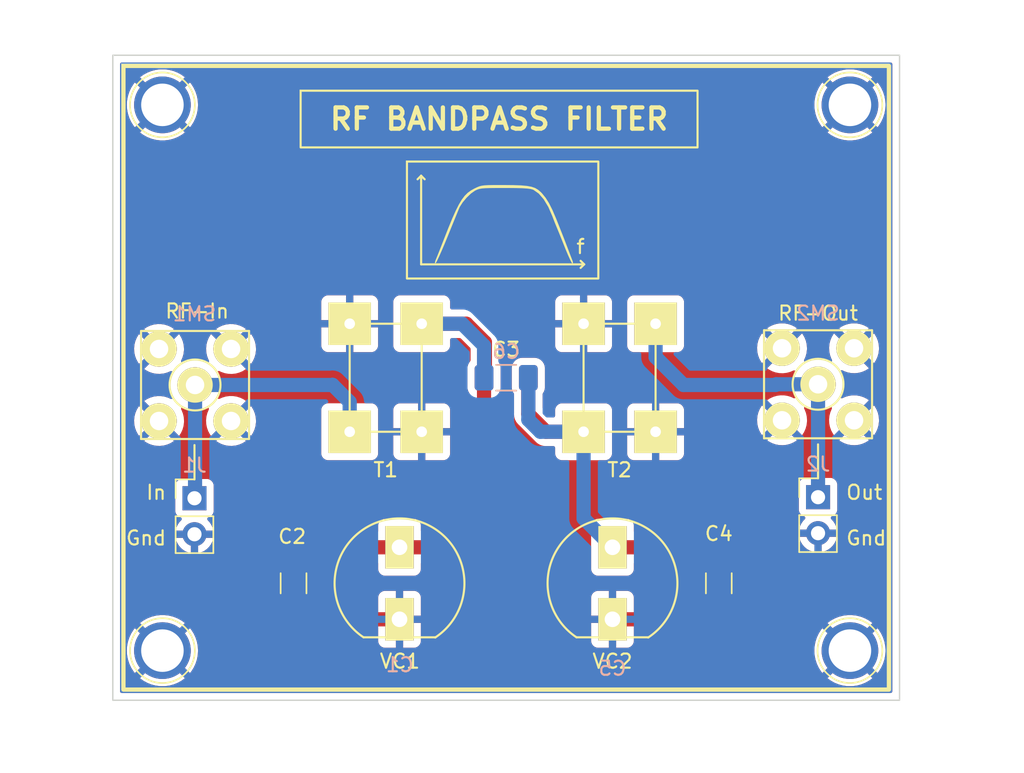
<source format=kicad_pcb>
(kicad_pcb (version 20211014) (generator pcbnew)
  (layers (0 "F.Cu" signal) (31 "B.Cu" signal) (34 "B.Paste" user) (35 "F.Paste" user) (36 "B.SilkS" user "B.Silkscreen") (37 "F.SilkS" user "F.Silkscreen") (38 "B.Mask" user) (39 "F.Mask" user) (44 "Edge.Cuts" user))
  (net 0 "")
  (net 1 "Net-(C1-Pad1)")
  (net 2 "GND")
  (net 3 "Net-(C3-Pad1)")
  (net 4 "Net-(J1-Pad1)")
  (net 5 "Net-(J2-Pad1)")
  (footprint "rblib_v1.1:SMA" (layer "F.Cu") (at 164.5 93.45)
    (fp_text reference "SM2" (at 0 -5) (layer "B.SilkS") (effects (justify mirror)))
    (fp_text value "SMA" hide)
    (fp_line (start -3.81 3.82) (end -3.81 -3.8) (layer "F.SilkS") (width 0.15))
    (fp_line (start -3.81 -3.8) (end 3.81 -3.8) (layer "F.SilkS") (width 0.15))
    (fp_line (start 3.81 -3.8) (end 3.81 3.82) (layer "F.SilkS") (width 0.15))
    (fp_line (start 3.81 3.82) (end -3.81 3.82) (layer "F.SilkS") (width 0.15))
    (fp_circle (center 0 0.01) (end -1.27 -1.26) (layer "F.SilkS") (width 0.15) (fill none))
    (pad "1" thru_hole circle (at 0 0.01) (size 2.5 2.5) (drill 1.3) (layers *.Cu *.Mask "F.SilkS") (net 5 "Net-(J2-Pad1)"))
    (pad "2" thru_hole circle (at 2.54 2.55) (size 2.5 2.5) (drill 1.3) (layers *.Cu *.Mask "F.SilkS") (net 2 "GND"))
    (pad "2" thru_hole circle (at 2.54 -2.53) (size 2.5 2.5) (drill 1.3) (layers *.Cu *.Mask "F.SilkS") (net 2 "GND"))
    (pad "2" thru_hole circle (at -2.54 2.55) (size 2.5 2.5) (drill 1.3) (layers *.Cu *.Mask "F.SilkS") (net 2 "GND"))
    (pad "2" thru_hole circle (at -2.54 -2.53) (size 2.5 2.5) (drill 1.3) (layers *.Cu *.Mask "F.SilkS") (net 2 "GND"))
  )
  (footprint "Capacitor_SMD:C_1206_3216Metric_Pad1.33x1.80mm_HandSolder" (layer "F.Cu") (at 127.5 107.5 -90)
    (fp_text reference "C2" (at -3.3 0.1 180) (layer "F.SilkS"))
    (fp_text value "100pF" hide)
    (fp_line (start -0.711252 -0.91) (end 0.711252 -0.91) (layer "F.SilkS") (width 0.12))
    (fp_line (start -0.711252 0.91) (end 0.711252 0.91) (layer "F.SilkS") (width 0.12))
    (pad "1" smd roundrect (at -1.5625 0 270) (size 1.325 1.8) (layers "F.Cu" "F.Paste" "F.Mask") (roundrect_rratio 0.1886792453) (net 1 "Net-(C1-Pad1)"))
    (pad "2" smd roundrect (at 1.5625 0 270) (size 1.325 1.8) (layers "F.Cu" "F.Paste" "F.Mask") (roundrect_rratio 0.1886792453) (net 2 "GND"))
  )
  (footprint "rblib_v1.1:RF-Transformer-50" (layer "F.Cu") (at 134 93)
    (fp_text reference "T1" (at 0 6.5) (layer "F.SilkS"))
    (fp_text value "TransLo2HiImpedance" hide)
    (fp_line (start 2.54 -3.81) (end 2.54 3.81) (layer "F.SilkS") (width 0.15))
    (fp_line (start 2.54 3.81) (end -2.54 3.81) (layer "F.SilkS") (width 0.15))
    (fp_line (start -2.54 3.81) (end -2.54 -3.81) (layer "F.SilkS") (width 0.15))
    (fp_line (start -2.54 -3.81) (end 2.54 -3.81) (layer "F.SilkS") (width 0.15))
    (pad "1" thru_hole rect locked (at -2.54 3.81) (size 3 3) (drill 0.75) (layers *.Cu *.Mask "F.SilkS") (net 4 "Net-(J1-Pad1)"))
    (pad "2" thru_hole rect locked (at 2.54 3.81) (size 3 3) (drill 0.75) (layers *.Cu *.Mask "F.SilkS") (net 2 "GND"))
    (pad "3" thru_hole rect locked (at -2.54 -3.81) (size 3 3) (drill 0.75) (layers *.Cu *.Mask "F.SilkS") (net 2 "GND"))
    (pad "4" thru_hole rect locked (at 2.54 -3.81) (size 3 3) (drill 0.75) (layers *.Cu *.Mask "F.SilkS") (net 1 "Net-(C1-Pad1)"))
  )
  (footprint "TestPoint:TestPoint_Plated_Hole_D3.0mm" (layer "F.Cu") (at 166.75 73.75)
    (fp_text reference "H4" hide)
    (fp_text value "MountingHole_Pad" hide)
    (fp_circle (center 0 0) (end 0 -2.286) (layer "F.SilkS") (width 0.12) (fill none))
    (pad "1" thru_hole circle (at 0 0) (size 4 4) (drill 3) (layers *.Cu *.Mask) (net 2 "GND"))
  )
  (footprint "TestPoint:TestPoint_Plated_Hole_D3.0mm" (layer "F.Cu") (at 166.75 112.25)
    (fp_text reference "H1" hide)
    (fp_text value "MountingHole_Pad" hide)
    (fp_circle (center 0 0) (end 0 -2.286) (layer "F.SilkS") (width 0.12) (fill none))
    (pad "1" thru_hole circle (at 0 0) (size 4 4) (drill 3) (layers *.Cu *.Mask) (net 2 "GND"))
  )
  (footprint "Capacitor_SMD:C_1206_3216Metric_Pad1.33x1.80mm_HandSolder" (layer "F.Cu") (at 142.5 93 180)
    (fp_text reference "C3" (at 0 2) (layer "F.SilkS"))
    (fp_text value "10pF" hide)
    (fp_line (start -0.711252 0.91) (end 0.711252 0.91) (layer "F.SilkS") (width 0.12))
    (fp_line (start -0.711252 -0.91) (end 0.711252 -0.91) (layer "F.SilkS") (width 0.12))
    (pad "1" smd roundrect (at -1.5625 0 180) (size 1.325 1.8) (layers "F.Cu" "F.Paste" "F.Mask") (roundrect_rratio 0.1886792453) (net 3 "Net-(C3-Pad1)"))
    (pad "2" smd roundrect (at 1.5625 0 180) (size 1.325 1.8) (layers "F.Cu" "F.Paste" "F.Mask") (roundrect_rratio 0.1886792453) (net 1 "Net-(C1-Pad1)"))
  )
  (footprint "rblib_v1.1:Trimmer6mm" (layer "F.Cu") (at 150 107.5)
    (fp_text reference "C5" (at 0 6) (layer "B.SilkS") (effects (justify mirror)))
    (fp_text value "100pF" hide)
    (fp_line (start -2.54 3.81) (end 2.54 3.81) (layer "F.SilkS") (width 0.15))
    (fp_arc (start -2.54 3.81) (mid 0.01519 -4.579025) (end 2.514666 3.826768) (layer "F.SilkS") (width 0.15))
    (pad "1" thru_hole rect locked (at 0 -2.54) (size 2 3) (drill 1.1) (layers *.Cu *.Mask "F.SilkS") (net 3 "Net-(C3-Pad1)"))
    (pad "2" thru_hole rect locked (at 0 2.54) (size 2 3) (drill 1.1) (layers *.Cu *.Mask "F.SilkS") (net 2 "GND"))
  )
  (footprint "rblib_v1.1:SMA" (layer "F.Cu") (at 120.55125 93.5)
    (fp_text reference "SM1" (at -0.04 -5) (layer "B.SilkS") (effects (justify mirror)))
    (fp_text value "SMA" hide)
    (fp_line (start 3.81 3.82) (end -3.81 3.82) (layer "F.SilkS") (width 0.15))
    (fp_line (start -3.81 3.82) (end -3.81 -3.8) (layer "F.SilkS") (width 0.15))
    (fp_line (start -3.81 -3.8) (end 3.81 -3.8) (layer "F.SilkS") (width 0.15))
    (fp_line (start 3.81 -3.8) (end 3.81 3.82) (layer "F.SilkS") (width 0.15))
    (fp_circle (center 0 0.01) (end -1.27 -1.26) (layer "F.SilkS") (width 0.15) (fill none))
    (pad "1" thru_hole circle (at 0 0.01) (size 2.5 2.5) (drill 1.3) (layers *.Cu *.Mask "F.SilkS") (net 4 "Net-(J1-Pad1)"))
    (pad "2" thru_hole circle (at -2.54 2.55) (size 2.5 2.5) (drill 1.3) (layers *.Cu *.Mask "F.SilkS") (net 2 "GND"))
    (pad "2" thru_hole circle (at 2.54 2.55) (size 2.5 2.5) (drill 1.3) (layers *.Cu *.Mask "F.SilkS") (net 2 "GND"))
    (pad "2" thru_hole circle (at 2.54 -2.53) (size 2.5 2.5) (drill 1.3) (layers *.Cu *.Mask "F.SilkS") (net 2 "GND"))
    (pad "2" thru_hole circle (at -2.54 -2.53) (size 2.5 2.5) (drill 1.3) (layers *.Cu *.Mask "F.SilkS") (net 2 "GND"))
  )
  (footprint "TestPoint:TestPoint_Plated_Hole_D3.0mm" (layer "F.Cu") (at 118.25 73.75)
    (fp_text reference "H2" hide)
    (fp_text value "MountingHole_Pad" hide)
    (fp_circle (center 0 0) (end 0 -2.286) (layer "F.SilkS") (width 0.12) (fill none))
    (pad "1" thru_hole circle (at 0 0) (size 4 4) (drill 3) (layers *.Cu *.Mask) (net 2 "GND"))
  )
  (footprint "Capacitor_SMD:C_1206_3216Metric_Pad1.33x1.80mm_HandSolder" (layer "F.Cu") (at 157.5 107.5 -90)
    (fp_text reference "C4" (at -3.5 0 180) (layer "F.SilkS"))
    (fp_text value "60pF" hide)
    (fp_line (start -0.711252 0.91) (end 0.711252 0.91) (layer "F.SilkS") (width 0.12))
    (fp_line (start -0.711252 -0.91) (end 0.711252 -0.91) (layer "F.SilkS") (width 0.12))
    (pad "1" smd roundrect (at -1.5625 0 270) (size 1.325 1.8) (layers "F.Cu" "F.Paste" "F.Mask") (roundrect_rratio 0.1886792453) (net 3 "Net-(C3-Pad1)"))
    (pad "2" smd roundrect (at 1.5625 0 270) (size 1.325 1.8) (layers "F.Cu" "F.Paste" "F.Mask") (roundrect_rratio 0.1886792453) (net 2 "GND"))
  )
  (footprint "Connector_PinHeader_2.54mm:PinHeader_1x02_P2.54mm_Vertical" (layer "F.Cu") (at 164.5 101.425)
    (fp_text reference "J2" (at 0 -2.33) (layer "B.SilkS") (effects (justify mirror)))
    (fp_text value "2 Pin Socket" hide)
    (fp_line (start -1.33 3.87) (end 1.33 3.87) (layer "F.SilkS") (width 0.12))
    (fp_line (start -1.33 1.27) (end -1.33 3.87) (layer "F.SilkS") (width 0.12))
    (fp_line (start 1.33 1.27) (end 1.33 3.87) (layer "F.SilkS") (width 0.12))
    (fp_line (start -1.33 0) (end -1.33 -1.33) (layer "F.SilkS") (width 0.12))
    (fp_line (start -1.33 -1.33) (end 0 -1.33) (layer "F.SilkS") (width 0.12))
    (fp_line (start -1.33 1.27) (end 1.33 1.27) (layer "F.SilkS") (width 0.12))
    (pad "1" thru_hole rect (at 0 0) (size 1.7 1.7) (drill 1) (layers *.Cu *.Mask) (net 5 "Net-(J2-Pad1)"))
    (pad "2" thru_hole oval (at 0 2.54) (size 1.7 1.7) (drill 1) (layers *.Cu *.Mask) (net 2 "GND"))
  )
  (footprint "rblib_v1.1:BP" (layer "F.Cu") (at 142.5 83)
    (fp_text reference "G***" hide)
    (fp_text value "LOGO" hide)
    (fp_poly (pts (xy -0.169333 -3.595508) (xy 0.513677 -3.589477) (xy 1.052339 -3.570506) (xy 1.471474 -3.533152) (xy 1.7959 -3.47197) (xy 2.050438 -3.381516) (xy 2.259907 -3.256346) (xy 2.449128 -3.091014) (xy 2.53384 -3.002543) (xy 2.785937 -2.691832) (xy 3.023007 -2.314623) (xy 3.262034 -1.839942) (xy 3.520004 -1.236814) (xy 3.56807 -1.116489) (xy 3.712887 -0.750936) (xy 3.855395 -0.391272) (xy 3.967218 -0.109114) (xy 3.976909 -0.084666) (xy 4.080715 0.180864) (xy 4.217491 0.535605) (xy 4.360553 0.910287) (xy 4.384596 0.973667) (xy 4.509588 1.302653) (xy 4.616874 1.583441) (xy 4.688241 1.768413) (xy 4.700348 1.799167) (xy 4.712712 1.920354) (xy 4.6749 1.947333) (xy 4.615141 1.872882) (xy 4.508507 1.668288) (xy 4.368287 1.361696) (xy 4.207772 0.981248) (xy 4.145144 0.8255) (xy 3.970944 0.388476) (xy 3.806094 -0.021634) (xy 3.666913 -0.364465) (xy 3.56972 -0.59965) (xy 3.554708 -0.635) (xy 3.435112 -0.926494) (xy 3.303325 -1.265596) (xy 3.254326 -1.397) (xy 2.972584 -2.046395) (xy 2.648786 -2.584097) (xy 2.296448 -2.9916) (xy 1.929086 -3.250399) (xy 1.886553 -3.269762) (xy 1.731988 -3.313687) (xy 1.488593 -3.346206) (xy 1.137238 -3.36844) (xy 0.658793 -3.381508) (xy 0.034128 -3.386529) (xy -0.110964 -3.386666) (xy -0.69743 -3.385725) (xy -1.141263 -3.381232) (xy -1.46916 -3.370687) (xy -1.707817 -3.351585) (xy -1.883931 -3.321427) (xy -2.0242 -3.277709) (xy -2.155319 -3.217929) (xy -2.209183 -3.190015) (xy -2.487019 -2.993019) (xy -2.790746 -2.70047) (xy -3.069776 -2.367896) (xy -3.273522 -2.050823) (xy -3.302776 -1.989666) (xy -3.354858 -1.865282) (xy -3.460477 -1.608208) (xy -3.60972 -1.24275) (xy -3.792671 -0.793213) (xy -3.999417 -0.283903) (xy -4.129659 0.037541) (xy -4.345704 0.562112) (xy -4.546285 1.032217) (xy -4.721334 1.4256) (xy -4.860783 1.720004) (xy -4.954564 1.893172) (xy -4.985701 1.930012) (xy -5.033273 1.901287) (xy -4.99492 1.746447) (xy -4.951893 1.638471) (xy -4.868887 1.435382) (xy -4.741595 1.116347) (xy -4.586671 0.723406) (xy -4.42077 0.298599) (xy -4.403447 0.254) (xy -4.08161 -0.563165) (xy -3.803854 -1.236803) (xy -3.560002 -1.783789) (xy -3.339878 -2.221001) (xy -3.133305 -2.565316) (xy -2.930106 -2.833611) (xy -2.720104 -3.042764) (xy -2.493124 -3.209652) (xy -2.238987 -3.35115) (xy -2.225606 -3.357753) (xy -2.048803 -3.442311) (xy -1.893593 -3.504247) (xy -1.730012 -3.547026) (xy -1.528094 -3.574112) (xy -1.257875 -3.588971) (xy -0.88939 -3.595067) (xy -0.392674 -3.595864)) (layer "F.SilkS") (width 0) (fill solid))
  )
  (footprint "Connector_PinHeader_2.54mm:PinHeader_1x02_P2.54mm_Vertical" (layer "F.Cu") (at 120.51125 101.5)
    (fp_text reference "J1" (at 0 -2.33) (layer "B.SilkS") (effects (justify mirror)))
    (fp_text value "2 Pin Socket" hide)
    (fp_line (start -1.33 -1.33) (end 0 -1.33) (layer "F.SilkS") (width 0.12))
    (fp_line (start -1.33 3.87) (end 1.33 3.87) (layer "F.SilkS") (width 0.12))
    (fp_line (start -1.33 1.27) (end 1.33 1.27) (layer "F.SilkS") (width 0.12))
    (fp_line (start -1.33 0) (end -1.33 -1.33) (layer "F.SilkS") (width 0.12))
    (fp_line (start 1.33 1.27) (end 1.33 3.87) (layer "F.SilkS") (width 0.12))
    (fp_line (start -1.33 1.27) (end -1.33 3.87) (layer "F.SilkS") (width 0.12))
    (pad "1" thru_hole rect (at 0 0) (size 1.7 1.7) (drill 1) (layers *.Cu *.Mask) (net 4 "Net-(J1-Pad1)"))
    (pad "2" thru_hole oval (at 0 2.54) (size 1.7 1.7) (drill 1) (layers *.Cu *.Mask) (net 2 "GND"))
  )
  (footprint "TestPoint:TestPoint_Plated_Hole_D3.0mm" (layer "F.Cu") (at 118.25 112.25)
    (fp_text reference "H3" hide)
    (fp_text value "MountingHole_Pad" hide)
    (fp_circle (center 0 0) (end 0 -2.286) (layer "F.SilkS") (width 0.12) (fill none))
    (pad "1" thru_hole circle (at 0 0) (size 4 4) (drill 3) (layers *.Cu *.Mask) (net 2 "GND"))
  )
  (footprint "rblib_v1.1:RF-Transformer-50" (layer "F.Cu") (at 150.5 93 180)
    (fp_text reference "T2" (at 0 -6.5) (layer "F.SilkS"))
    (fp_text value "TransLo2HiImpedance" hide)
    (fp_line (start -2.54 -3.81) (end 2.54 -3.81) (layer "F.SilkS") (width 0.15))
    (fp_line (start 2.54 -3.81) (end 2.54 3.81) (layer "F.SilkS") (width 0.15))
    (fp_line (start 2.54 3.81) (end -2.54 3.81) (layer "F.SilkS") (width 0.15))
    (fp_line (start -2.54 3.81) (end -2.54 -3.81) (layer "F.SilkS") (width 0.15))
    (pad "1" thru_hole rect locked (at -2.54 3.81 180) (size 3 3) (drill 0.75) (layers *.Cu *.Mask "F.SilkS") (net 5 "Net-(J2-Pad1)"))
    (pad "2" thru_hole rect locked (at 2.54 3.81 180) (size 3 3) (drill 0.75) (layers *.Cu *.Mask "F.SilkS") (net 2 "GND"))
    (pad "3" thru_hole rect locked (at -2.54 -3.81 180) (size 3 3) (drill 0.75) (layers *.Cu *.Mask "F.SilkS") (net 2 "GND"))
    (pad "4" thru_hole rect locked (at 2.54 -3.81 180) (size 3 3) (drill 0.75) (layers *.Cu *.Mask "F.SilkS") (net 3 "Net-(C3-Pad1)"))
  )
  (footprint "rblib_v1.1:Trimmer6mm" (layer "F.Cu") (at 134.97519 107.5)
    (fp_text reference "C1" (at 0.02481 5.75) (layer "B.SilkS") (effects (justify mirror)))
    (fp_text value "60pF" hide)
    (fp_line (start -2.54 3.81) (end 2.54 3.81) (layer "F.SilkS") (width 0.15))
    (fp_arc (start -2.54 3.81) (mid 0.01519 -4.579025) (end 2.514666 3.826768) (layer "F.SilkS") (width 0.15))
    (pad "1" thru_hole rect locked (at 0 -2.54) (size 2 3) (drill 1.1) (layers *.Cu *.Mask "F.SilkS") (net 1 "Net-(C1-Pad1)"))
    (pad "2" thru_hole rect locked (at 0 2.54) (size 2 3) (drill 1.1) (layers *.Cu *.Mask "F.SilkS") (net 2 "GND"))
  )
  (footprint "Capacitor_SMD:C_1206_3216Metric_Pad1.33x1.80mm_HandSolder" (layer "B.Cu") (at 142.5 93 180)
    (fp_text reference "C6" (at 0 1.85) (layer "B.SilkS") (effects (justify mirror)))
    (fp_text value "gimmick")
    (fp_line (start -0.711252 0.91) (end 0.711252 0.91) (layer "B.SilkS") (width 0.12))
    (fp_line (start -0.711252 -0.91) (end 0.711252 -0.91) (layer "B.SilkS") (width 0.12))
    (pad "1" smd roundrect (at -1.5625 0 180) (size 1.325 1.8) (layers "B.Cu" "B.Paste" "B.Mask") (roundrect_rratio 0.188679) (net 3 "Net-(C3-Pad1)"))
    (pad "2" smd roundrect (at 1.5625 0 180) (size 1.325 1.8) (layers "B.Cu" "B.Paste" "B.Mask") (roundrect_rratio 0.188679) (net 1 "Net-(C1-Pad1)"))
  )
  (gr_line (start 148 85) (end 147.75 85.25) (layer "F.SilkS") (width 0.15))
  (gr_line (start 136.5 85) (end 148 85) (layer "F.SilkS") (width 0.15))
  (gr_rect (start 128 72.75) (end 156 76.75) (layer "F.SilkS") (width 0.15) (fill none))
  (gr_rect (start 115.5 71) (end 169.5 115) (layer "F.SilkS") (width 0.3) (fill none))
  (gr_rect (start 149 86) (end 135.5 77.75) (layer "F.SilkS") (width 0.15) (fill none))
  (gr_line (start 120.51125 100.17) (end 120.51125 97.75) (layer "F.SilkS") (width 0.15))
  (gr_line (start 136.5 85) (end 136.5 78.75) (layer "F.SilkS") (width 0.15))
  (gr_line (start 136.25 79) (end 136.5 78.75) (layer "F.SilkS") (width 0.15))
  (gr_line (start 164.5 100.095) (end 164.5 97.7) (layer "F.SilkS") (width 0.15))
  (gr_line (start 136.5 78.75) (end 136.75 79) (layer "F.SilkS") (width 0.15))
  (gr_line (start 148 85) (end 147.75 84.75) (layer "F.SilkS") (width 0.15))
  (gr_rect (start 114.75 70.25) (end 170.25 115.75) (layer "Edge.Cuts") (width 0.1) (fill none))
  (gr_text "RF-In" (at 120.7 88.3) (layer "F.SilkS") (effects (font (size 1 1))))
  (gr_text "In\n\nGnd" (at 118.6 102.7) (layer "F.SilkS") (effects (font (size 1 1)) (justify right)))
  (gr_text "Out\n\nGnd" (at 166.4 102.7) (layer "F.SilkS") (effects (font (size 1 1)) (justify left)))
  (gr_text "VC2" (at 150 113) (layer "F.SilkS") (effects (font (size 1 1))))
  (gr_text "RF BANDPASS FILTER" (at 142 74.75) (layer "F.SilkS") (effects (font (size 1.5 1.5) (thickness 0.3))))
  (gr_text "RF-Out" (at 164.5 88.45) (layer "F.SilkS") (effects (font (size 1 1))))
  (gr_text "VC1" (at 135 113) (layer "F.SilkS") (effects (font (size 1 1))))
  (gr_text "f" (at 147.75 83.75) (layer "F.SilkS") (effects (font (size 1 1))))
  (segment (start 140.9375 101.0625) (end 137.04 104.96) (width 1) (layer "F.Cu") (net 1))
  (segment (start 140.9375 93) (end 140.9375 101.0625) (width 1) (layer "F.Cu") (net 1))
  (segment (start 141 92.9375) (end 140.9375 93) (width 1) (layer "F.Cu") (net 1))
  (segment (start 128.38875 104.96) (end 127.41125 105.9375) (width 1) (layer "F.Cu") (net 1))
  (segment (start 134.97519 104.96) (end 128.4775 104.96) (width 1) (layer "F.Cu") (net 1))
  (segment (start 139.69 89.19) (end 141 90.5) (width 1) (layer "F.Cu") (net 1))
  (segment (start 136.54 89.19) (end 139.69 89.19) (width 1) (layer "F.Cu") (net 1))
  (segment (start 137.04 104.96) (end 134.97519 104.96) (width 1) (layer "F.Cu") (net 1))
  (segment (start 141 90.5) (end 141 92.9375) (width 1) (layer "F.Cu") (net 1))
  (segment (start 140.9375 90.7375) (end 139.39 89.19) (width 1) (layer "B.Cu") (net 1))
  (segment (start 140.9375 93) (end 140.9375 90.7375) (width 1) (layer "B.Cu") (net 1))
  (segment (start 139.39 89.19) (end 136.54 89.19) (width 1) (layer "B.Cu") (net 1))
  (segment (start 128.04 110.04) (end 134.97519 110.04) (width 1) (layer "F.Cu") (net 2))
  (segment (start 156.5225 110.04) (end 157.5 109.0625) (width 1) (layer "F.Cu") (net 2))
  (segment (start 127.5 109.0625) (end 127.5 109.5) (width 1) (layer "F.Cu") (net 2))
  (segment (start 150 110.04) (end 156.5225 110.04) (width 1) (layer "F.Cu") (net 2))
  (segment (start 127.5 109.5) (end 128.04 110.04) (width 1) (layer "F.Cu") (net 2))
  (segment (start 144.0625 95.5625) (end 145.31 96.81) (width 1) (layer "F.Cu") (net 3))
  (segment (start 156.5225 104.96) (end 157.5 105.9375) (width 1) (layer "F.Cu") (net 3))
  (segment (start 145.31 96.81) (end 147.96 96.81) (width 1) (layer "F.Cu") (net 3))
  (segment (start 144.0625 93) (end 144.0625 95.5625) (width 1) (layer "F.Cu") (net 3))
  (segment (start 150 104.96) (end 156.5225 104.96) (width 1) (layer "F.Cu") (net 3))
  (segment (start 147.96 102.92) (end 150 104.96) (width 1) (layer "B.Cu") (net 3))
  (segment (start 144.0625 93) (end 144.0625 95.9625) (width 1) (layer "B.Cu") (net 3))
  (segment (start 144.0625 95.9625) (end 144.91 96.81) (width 1) (layer "B.Cu") (net 3))
  (segment (start 147.96 96.81) (end 147.96 102.92) (width 1) (layer "B.Cu") (net 3))
  (segment (start 144.91 96.81) (end 147.96 96.81) (width 1) (layer "B.Cu") (net 3))
  (segment (start 130.25 93.5) (end 130.24 93.51) (width 1) (layer "B.Cu") (net 4))
  (segment (start 120.55125 93.51) (end 120.55125 101.46) (width 1) (layer "B.Cu") (net 4))
  (segment (start 130.24 93.51) (end 120.55125 93.51) (width 1) (layer "B.Cu") (net 4))
  (segment (start 131.46 94.71) (end 130.25 93.5) (width 1) (layer "B.Cu") (net 4))
  (segment (start 131.46 96.81) (end 131.46 94.71) (width 1) (layer "B.Cu") (net 4))
  (segment (start 120.55125 101.46) (end 120.51125 101.5) (width 1) (layer "B.Cu") (net 4))
  (segment (start 164.5 93.46) (end 164.5 101.425) (width 1) (layer "B.Cu") (net 5))
  (segment (start 161.5 93.51) (end 161.55 93.46) (width 1) (layer "B.Cu") (net 5))
  (segment (start 155.01 93.51) (end 161.5 93.51) (width 1) (layer "B.Cu") (net 5))
  (segment (start 153.04 91.54) (end 155.01 93.51) (width 1) (layer "B.Cu") (net 5))
  (segment (start 153.04 89.19) (end 153.04 91.54) (width 1) (layer "B.Cu") (net 5))
  (segment (start 161.55 93.46) (end 164.5 93.46) (width 1) (layer "B.Cu") (net 5))
  (zone (net 2) (net_name "GND") (layer "F.Cu") (connect_pads (clearance 0.508)) (min_thickness 0.254) (fill yes (thermal_gap 0.508) (thermal_bridge_width 0.508))
    (polygon (pts (xy 170.25 115.75) (xy 114.75 115.75) (xy 114.75 70.25) (xy 170.25 70.25)))
  )
  (zone (net 2) (net_name "GND") (layer "B.Cu") (connect_pads (clearance 0.508)) (min_thickness 0.254) (fill yes (thermal_gap 0.508) (thermal_bridge_width 0.508))
    (polygon (pts (xy 170.25 115.75) (xy 114.75 115.75) (xy 114.75 70.25) (xy 170.25 70.25)))
  )
)
</source>
